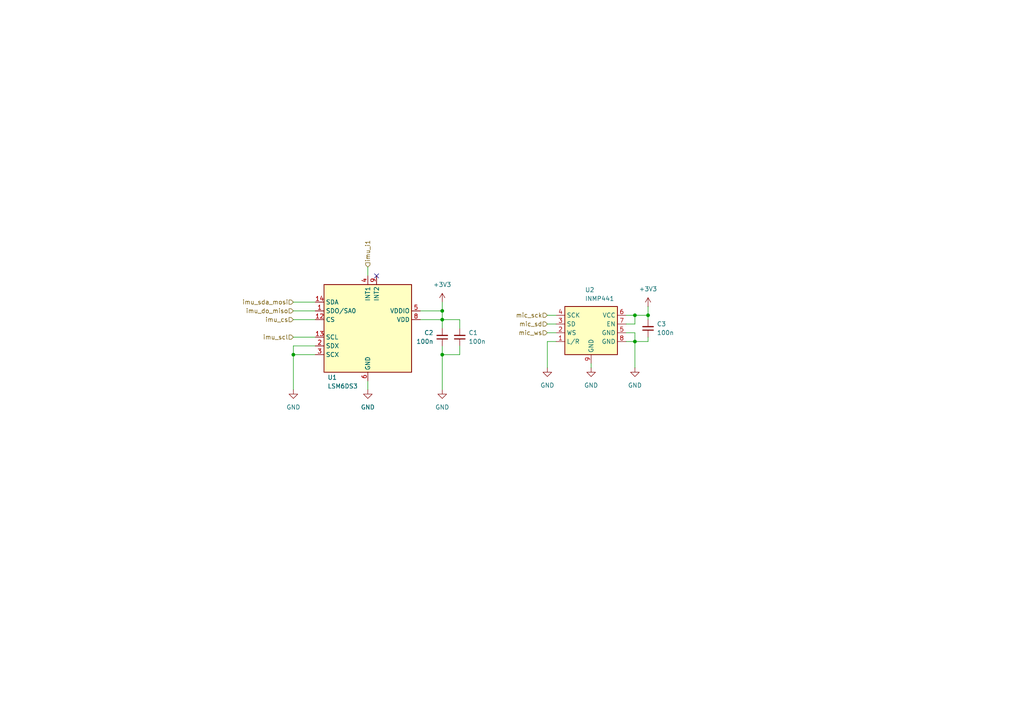
<source format=kicad_sch>
(kicad_sch (version 20250114) (generator "eeschema") (generator_version "9.0")
  (paper "A4")
  (lib_symbols
    (symbol "Device:C_Small" (pin_numbers (hide yes)) (pin_names (offset 0.254) (hide yes))
      (property "Reference" "C" (at 0.254 1.778 0))
      (property "Value" "C_Small" (at 0.254 -2.032 0))
      (symbol "C_Small_0_1"
        (polyline (pts (xy -1.524 0.508) (xy 1.524 0.508)) (stroke (width 0.3048)))
        (polyline (pts (xy -1.524 -0.508) (xy 1.524 -0.508)) (stroke (width 0.3302)))
      )
      (symbol "C_Small_1_1"
        (pin passive line (at 0 2.54 270) (length 2.032) (name "~") (number "1"))
        (pin passive line (at 0 -2.54 90) (length 2.032) (name "~") (number "2"))
      )
    )
    (symbol "Sensor_Motion:LSM6DS3"
      (property "Reference" "U1" (at -11.684 -14.224 0))
      (property "Value" "LSM6DS3" (at -11.684 -16.764 0))
      (symbol "LSM6DS3_0_1"
        (rectangle (start -12.7 12.7) (end 12.7 -12.7) (stroke (width 0.254)) (fill (type background)))
      )
      (symbol "LSM6DS3_1_1"
        (pin bidirectional line (at -15.24 7.62 0) (length 2.54) (name "SDA") (number "14"))
        (pin bidirectional line (at -15.24 5.08 0) (length 2.54) (name "SDO/SA0") (number "1"))
        (pin input line (at -15.24 2.54 0) (length 2.54) (name "CS") (number "12"))
        (pin input line (at -15.24 -2.54 0) (length 2.54) (name "SCL") (number "13"))
        (pin bidirectional line (at -15.24 -5.08 0) (length 2.54) (name "SDX") (number "2"))
        (pin input line (at -15.24 -7.62 0) (length 2.54) (name "SCX") (number "3"))
        (pin output line (at 0 15.24 270) (length 2.54) (name "INT1") (number "4"))
        (pin power_in line (at 0 -15.24 90) (length 2.54) (name "GND") (number "6"))
        (pin passive line (at 0 -15.24 90) (length 2.54) (hide yes) (name "GND") (number "7"))
        (pin output line (at 2.54 15.24 270) (length 2.54) (name "INT2") (number "9"))
        (pin no_connect line (at 12.7 -2.54 180) (length 3.81) (hide yes) (name "NC") (number "11"))
        (pin no_connect line (at 12.7 -5.08 180) (length 3.81) (hide yes) (name "NC") (number "10"))
        (pin power_in line (at 15.24 5.08 180) (length 2.54) (name "VDDIO") (number "5"))
        (pin power_in line (at 15.24 2.54 180) (length 2.54) (name "VDD") (number "8"))
      )
    )
    (symbol "Timer_RTC:DS1602"
      (property "Reference" "U2" (at -1.778 12.446 0))
      (property "Value" "INMP441" (at -1.778 9.906 0))
      (symbol "DS1602_0_1"
        (rectangle (start -7.62 7.62) (end 7.62 -6.35) (stroke (width 0.254)) (fill (type background)))
      )
      (symbol "DS1602_1_1"
        (pin passive line (at -10.16 5.08 0) (length 2.54) (name "SCK") (number "4"))
        (pin passive line (at -10.16 2.54 0) (length 2.54) (name "SD") (number "3"))
        (pin passive line (at -10.16 0 0) (length 2.54) (name "WS") (number "2"))
        (pin passive line (at -10.16 -2.54 0) (length 2.54) (name "L/R") (number "1"))
        (pin passive line (at 0 -8.89 90) (length 2.54) (name "GND") (number "9"))
        (pin passive line (at 10.16 5.08 180) (length 2.54) (name "VCC") (number "6"))
        (pin passive line (at 10.16 2.54 180) (length 2.54) (name "EN") (number "7"))
        (pin passive line (at 10.16 0 180) (length 2.54) (name "GND") (number "5"))
        (pin passive line (at 10.16 -2.54 180) (length 2.54) (name "GND") (number "8"))
      )
    )
    (symbol "power:+3V3" (power) (pin_numbers (hide yes)) (pin_names (offset 0) (hide yes))
      (property "Value" "+3V3" (at 0 3.556 0))
      (symbol "+3V3_0_1"
        (polyline (pts (xy -0.762 1.27) (xy 0 2.54)))
        (polyline (pts (xy 0 2.54) (xy 0.762 1.27)))
        (polyline (pts (xy 0 0) (xy 0 2.54)))
      )
      (symbol "+3V3_1_1"
        (pin power_in line (at 0 0 90) (length 0) (name "~") (number "1"))
      )
    )
    (symbol "power:GND" (power) (pin_numbers (hide yes)) (pin_names (offset 0) (hide yes))
      (property "Value" "GND" (at 0 -3.81 0))
      (symbol "GND_0_1"
        (polyline (pts (xy 0 0) (xy 0 -1.27) (xy 1.27 -1.27) (xy 0 -2.54) (xy -1.27 -1.27) (xy 0 -1.27)))
      )
      (symbol "GND_1_1"
        (pin power_in line (at 0 0 270) (length 0) (name "~") (number "1"))
      )
    )
  )
  (junction (at 85.09 102.87))
  (junction (at 128.27 90.17))
  (junction (at 128.27 92.71))
  (junction (at 187.96 91.44))
  (junction (at 128.27 102.87))
  (junction (at 184.15 91.44))
  (junction (at 184.15 99.06))
  (no_connect (at 109.22 80.01))
  (wire (pts (xy 133.35 92.71) (xy 133.35 95.25)))
  (wire (pts (xy 85.09 90.17) (xy 91.44 90.17)))
  (wire (pts (xy 187.96 97.79) (xy 187.96 99.06)))
  (wire (pts (xy 158.75 91.44) (xy 161.29 91.44)))
  (wire (pts (xy 121.92 92.71) (xy 128.27 92.71)))
  (wire (pts (xy 133.35 102.87) (xy 133.35 100.33)))
  (wire (pts (xy 106.68 110.49) (xy 106.68 113.03)))
  (wire (pts (xy 181.61 96.52) (xy 184.15 96.52)))
  (wire (pts (xy 184.15 91.44) (xy 187.96 91.44)))
  (wire (pts (xy 85.09 100.33) (xy 85.09 102.87)))
  (wire (pts (xy 128.27 92.71) (xy 128.27 95.25)))
  (wire (pts (xy 128.27 87.63) (xy 128.27 90.17)))
  (wire (pts (xy 91.44 100.33) (xy 85.09 100.33)))
  (wire (pts (xy 85.09 102.87) (xy 85.09 113.03)))
  (wire (pts (xy 181.61 93.98) (xy 184.15 93.98)))
  (wire (pts (xy 181.61 91.44) (xy 184.15 91.44)))
  (wire (pts (xy 171.45 105.41) (xy 171.45 106.68)))
  (wire (pts (xy 184.15 93.98) (xy 184.15 91.44)))
  (wire (pts (xy 128.27 100.33) (xy 128.27 102.87)))
  (wire (pts (xy 91.44 102.87) (xy 85.09 102.87)))
  (wire (pts (xy 121.92 90.17) (xy 128.27 90.17)))
  (wire (pts (xy 158.75 93.98) (xy 161.29 93.98)))
  (wire (pts (xy 106.68 77.47) (xy 106.68 80.01)))
  (wire (pts (xy 128.27 102.87) (xy 133.35 102.87)))
  (wire (pts (xy 184.15 99.06) (xy 184.15 106.68)))
  (wire (pts (xy 181.61 99.06) (xy 184.15 99.06)))
  (wire (pts (xy 187.96 99.06) (xy 184.15 99.06)))
  (wire (pts (xy 158.75 99.06) (xy 158.75 106.68)))
  (wire (pts (xy 187.96 91.44) (xy 187.96 88.9)))
  (wire (pts (xy 128.27 92.71) (xy 133.35 92.71)))
  (wire (pts (xy 85.09 92.71) (xy 91.44 92.71)))
  (wire (pts (xy 158.75 96.52) (xy 161.29 96.52)))
  (wire (pts (xy 184.15 96.52) (xy 184.15 99.06)))
  (wire (pts (xy 187.96 92.71) (xy 187.96 91.44)))
  (wire (pts (xy 158.75 99.06) (xy 161.29 99.06)))
  (wire (pts (xy 85.09 97.79) (xy 91.44 97.79)))
  (wire (pts (xy 85.09 87.63) (xy 91.44 87.63)))
  (wire (pts (xy 128.27 102.87) (xy 128.27 113.03)))
  (wire (pts (xy 128.27 90.17) (xy 128.27 92.71)))
  (hierarchical_label "imu_scl" (shape input) (at 85.09 97.79 180))
  (hierarchical_label "mic_ws" (shape input) (at 158.75 96.52 180))
  (hierarchical_label "mic_sck" (shape input) (at 158.75 91.44 180))
  (hierarchical_label "imu_sda_mosi" (shape input) (at 85.09 87.63 180))
  (hierarchical_label "mic_sd" (shape input) (at 158.75 93.98 180))
  (hierarchical_label "imu_cs" (shape input) (at 85.09 92.71 180))
  (hierarchical_label "imu_i1" (shape input) (at 106.68 77.47 90))
  (hierarchical_label "imu_do_miso" (shape input) (at 85.09 90.17 180))
  (symbol (lib_id "power:+3V3") (at 187.96 88.9 0) (unit 1)
    (property "Reference" "#PWR09" (effects (hide yes)))
    (property "Value" "+3V3" (at 187.96 83.82 0))
    (property "Description" "Power symbol creates a global label with name \"+3V3\"" (effects (hide yes)))
  )
  (symbol (lib_id "power:GND") (at 128.27 113.03 0) (unit 1)
    (property "Reference" "#PWR05" (effects (hide yes)))
    (property "Value" "GND" (at 128.27 118.11 0))
    (property "Description" "Power symbol creates a global label with name \"GND\" , ground" (effects (hide yes)))
  )
  (symbol (lib_id "power:GND") (at 171.45 106.68 0) (unit 1)
    (property "Reference" "#PWR07" (effects (hide yes)))
    (property "Value" "GND" (at 171.45 111.76 0))
    (property "Description" "Power symbol creates a global label with name \"GND\" , ground" (effects (hide yes)))
  )
  (symbol (lib_id "Timer_RTC:DS1602") (at 171.45 96.52 0) (unit 1)
    (property "Reference" "U2" (at 169.672 84.074 0) (effects (justify left)))
    (property "Value" "INMP441" (at 169.672 86.614 0) (effects (justify left)))
    (property "Datasheet" "https://datasheets.maximintegrated.com/en/ds/DS1602.pdf" (effects (hide yes)))
    (property "Description" "Elapsed Time Counter, -40 to +85 C, 2.5V to 5.5V VCC, DIP-8, SO-8" (effects (hide yes)))
  )
  (symbol (lib_id "power:GND") (at 158.75 106.68 0) (unit 1)
    (property "Reference" "#PWR010" (effects (hide yes)))
    (property "Value" "GND" (at 158.75 111.76 0))
    (property "Description" "Power symbol creates a global label with name \"GND\" , ground" (effects (hide yes)))
  )
  (symbol (lib_id "power:GND") (at 184.15 106.68 0) (unit 1)
    (property "Reference" "#PWR08" (effects (hide yes)))
    (property "Value" "GND" (at 184.15 111.76 0))
    (property "Description" "Power symbol creates a global label with name \"GND\" , ground" (effects (hide yes)))
  )
  (symbol (lib_id "power:+3V3") (at 128.27 87.63 0) (unit 1)
    (property "Reference" "#PWR04" (effects (hide yes)))
    (property "Value" "+3V3" (at 128.27 82.55 0))
    (property "Description" "Power symbol creates a global label with name \"+3V3\"" (effects (hide yes)))
  )
  (symbol (lib_id "Sensor_Motion:LSM6DS3") (at 106.68 95.25 0) (unit 1)
    (property "Reference" "U1" (at 94.996 109.474 0) (effects (justify left)))
    (property "Value" "LSM6DS3" (at 94.996 112.014 0) (effects (justify left)))
    (property "Footprint" "Package_LGA:LGA-14_3x2.5mm_P0.5mm_LayoutBorder3x4y" (effects (hide yes)))
    (property "Datasheet" "https://www.st.com/resource/en/datasheet/lsm6ds3tr-c.pdf" (effects (hide yes)))
    (property "Description" "I2C/SPI, iNEMO inertial module: always-on 3D accelerometer and 3D gyroscope" (effects (hide yes)))
  )
  (symbol (lib_id "power:GND") (at 85.09 113.03 0) (unit 1)
    (property "Reference" "#PWR06" (effects (hide yes)))
    (property "Value" "GND" (at 85.09 118.11 0))
    (property "Description" "Power symbol creates a global label with name \"GND\" , ground" (effects (hide yes)))
  )
  (symbol (lib_id "power:GND") (at 106.68 113.03 0) (unit 1)
    (property "Reference" "#PWR01" (effects (hide yes)))
    (property "Value" "GND" (at 106.68 118.11 0))
    (property "Description" "Power symbol creates a global label with name \"GND\" , ground" (effects (hide yes)))
  )
  (symbol (lib_id "Device:C_Small") (at 187.96 95.25 180) (unit 1)
    (property "Reference" "C3" (at 190.5 93.9735 0) (effects (justify right)))
    (property "Value" "100n" (at 190.5 96.5135 0) (effects (justify right)))
    (property "Description" "Unpolarized capacitor, small symbol" (effects (hide yes)))
  )
  (symbol (lib_id "Device:C_Small") (at 128.27 97.79 0) (mirror x) (unit 1)
    (property "Reference" "C2" (at 125.73 96.5135 0) (effects (justify right)))
    (property "Value" "100n" (at 125.73 99.0535 0) (effects (justify right)))
    (property "Description" "Unpolarized capacitor, small symbol" (effects (hide yes)))
  )
  (symbol (lib_id "Device:C_Small") (at 133.35 97.79 180) (unit 1)
    (property "Reference" "C1" (at 135.89 96.5135 0) (effects (justify right)))
    (property "Value" "100n" (at 135.89 99.0535 0) (effects (justify right)))
    (property "Description" "Unpolarized capacitor, small symbol" (effects (hide yes)))
  )
)
</source>
